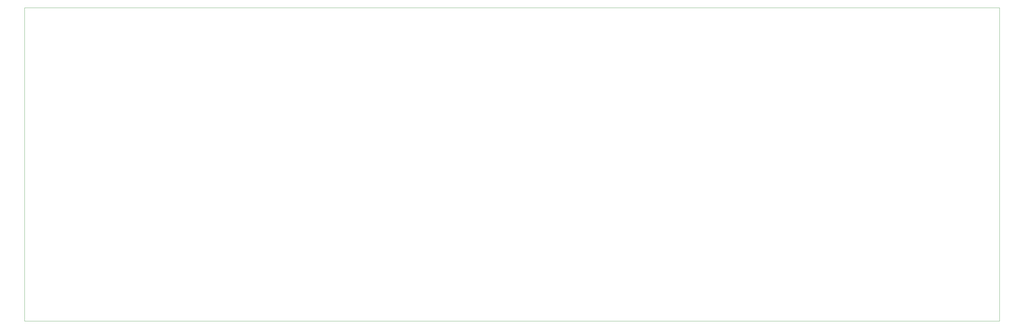
<source format=gko>
%TF.GenerationSoftware,KiCad,Pcbnew,4.0.7*%
%TF.CreationDate,2018-12-11T18:15:29-05:00*%
%TF.ProjectId,AOML_AB_2.2,414F4D4C5F41425F322E322E6B696361,rev?*%
%TF.FileFunction,Profile,NP*%
%FSLAX46Y46*%
G04 Gerber Fmt 4.6, Leading zero omitted, Abs format (unit mm)*
G04 Created by KiCad (PCBNEW 4.0.7) date 12/11/18 18:15:29*
%MOMM*%
%LPD*%
G01*
G04 APERTURE LIST*
%ADD10C,0.100000*%
G04 APERTURE END LIST*
D10*
X22860000Y-121925000D02*
X22860000Y-22225000D01*
X332760000Y-121925000D02*
X22860000Y-121925000D01*
X332760000Y-22225000D02*
X332760000Y-121925000D01*
X22860000Y-22225000D02*
X332760000Y-22225000D01*
M02*

</source>
